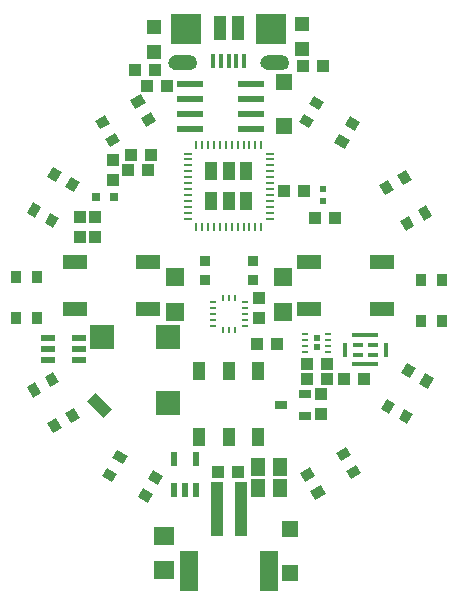
<source format=gbr>
G04 EAGLE Gerber RS-274X export*
G75*
%MOMM*%
%FSLAX34Y34*%
%LPD*%
%INSolderpaste Top*%
%IPPOS*%
%AMOC8*
5,1,8,0,0,1.08239X$1,22.5*%
G01*
%ADD10R,1.240000X1.500000*%
%ADD11R,1.075000X1.000000*%
%ADD12R,1.200000X1.200000*%
%ADD13R,0.900000X0.900000*%
%ADD14R,1.000000X2.000000*%
%ADD15R,2.500000X2.500000*%
%ADD16R,0.300000X1.250000*%
%ADD17R,1.000000X4.600000*%
%ADD18R,1.600000X3.400000*%
%ADD19R,1.400000X1.400000*%
%ADD20R,1.000000X1.500000*%
%ADD21R,2.000000X1.200000*%
%ADD22R,0.850000X1.000000*%
%ADD23R,0.500000X0.250000*%
%ADD24R,0.250000X0.500000*%
%ADD25R,0.800000X0.800000*%
%ADD26R,1.000000X1.075000*%
%ADD27R,0.600000X0.600000*%
%ADD28R,0.550000X1.200000*%
%ADD29R,2.000000X2.000000*%
%ADD30R,2.000000X1.000000*%
%ADD31R,0.250000X0.750000*%
%ADD32R,0.750000X0.250000*%
%ADD33R,2.200000X0.600000*%
%ADD34R,1.803000X1.600000*%
%ADD35R,0.450000X1.200000*%
%ADD36R,2.200000X0.450000*%
%ADD37R,0.950000X0.450000*%
%ADD38R,0.625000X0.275000*%
%ADD39R,0.508000X0.508000*%
%ADD40R,1.500000X1.500000*%
%ADD41R,1.200000X0.550000*%
%ADD42R,1.016000X0.635000*%

G36*
X-33485Y193149D02*
X-33485Y193149D01*
X-33465Y193147D01*
X-32339Y193208D01*
X-32292Y193220D01*
X-32216Y193227D01*
X-31123Y193508D01*
X-31079Y193528D01*
X-31006Y193550D01*
X-29989Y194038D01*
X-29950Y194067D01*
X-29883Y194103D01*
X-28980Y194780D01*
X-28947Y194815D01*
X-28889Y194864D01*
X-28136Y195704D01*
X-28110Y195745D01*
X-28062Y195805D01*
X-27488Y196776D01*
X-27471Y196821D01*
X-27435Y196888D01*
X-27061Y197953D01*
X-27053Y198000D01*
X-27031Y198074D01*
X-26872Y199190D01*
X-26873Y199218D01*
X-26872Y199370D01*
X-27031Y200487D01*
X-27046Y200532D01*
X-27061Y200607D01*
X-27435Y201672D01*
X-27459Y201714D01*
X-27488Y201784D01*
X-28062Y202755D01*
X-28094Y202792D01*
X-28136Y202856D01*
X-28889Y203696D01*
X-28927Y203726D01*
X-28980Y203780D01*
X-29883Y204457D01*
X-29926Y204479D01*
X-29989Y204522D01*
X-31006Y205010D01*
X-31053Y205023D01*
X-31123Y205052D01*
X-32216Y205333D01*
X-32264Y205336D01*
X-32339Y205352D01*
X-33465Y205413D01*
X-33481Y205411D01*
X-33500Y205414D01*
X-44500Y205414D01*
X-44515Y205412D01*
X-44535Y205413D01*
X-45661Y205352D01*
X-45708Y205341D01*
X-45784Y205333D01*
X-46877Y205052D01*
X-46921Y205032D01*
X-46994Y205010D01*
X-48011Y204522D01*
X-48050Y204494D01*
X-48117Y204457D01*
X-49020Y203780D01*
X-49053Y203745D01*
X-49111Y203696D01*
X-49864Y202856D01*
X-49890Y202815D01*
X-49938Y202755D01*
X-50512Y201784D01*
X-50529Y201739D01*
X-50565Y201672D01*
X-50939Y200607D01*
X-50947Y200560D01*
X-50969Y200487D01*
X-51128Y199370D01*
X-51128Y199369D01*
X-51127Y199182D01*
X-50927Y197908D01*
X-50910Y197861D01*
X-50889Y197772D01*
X-50411Y196575D01*
X-50384Y196532D01*
X-50344Y196450D01*
X-49612Y195389D01*
X-49576Y195353D01*
X-49518Y195282D01*
X-48568Y194411D01*
X-48526Y194384D01*
X-48453Y194327D01*
X-47333Y193690D01*
X-47286Y193673D01*
X-47203Y193634D01*
X-45969Y193261D01*
X-45919Y193256D01*
X-45829Y193236D01*
X-44544Y193147D01*
X-44524Y193149D01*
X-44500Y193146D01*
X-33500Y193146D01*
X-33485Y193149D01*
G37*
G36*
X44515Y193149D02*
X44515Y193149D01*
X44535Y193147D01*
X45661Y193208D01*
X45708Y193220D01*
X45784Y193227D01*
X46877Y193508D01*
X46921Y193528D01*
X46994Y193550D01*
X48011Y194038D01*
X48050Y194067D01*
X48117Y194103D01*
X49020Y194780D01*
X49053Y194815D01*
X49111Y194864D01*
X49864Y195704D01*
X49890Y195745D01*
X49938Y195805D01*
X50512Y196776D01*
X50529Y196821D01*
X50565Y196888D01*
X50939Y197953D01*
X50947Y198000D01*
X50969Y198074D01*
X51128Y199190D01*
X51127Y199218D01*
X51128Y199370D01*
X50969Y200487D01*
X50954Y200532D01*
X50939Y200607D01*
X50565Y201672D01*
X50541Y201714D01*
X50512Y201784D01*
X49938Y202755D01*
X49906Y202792D01*
X49864Y202856D01*
X49111Y203696D01*
X49074Y203726D01*
X49020Y203780D01*
X48117Y204457D01*
X48074Y204479D01*
X48011Y204522D01*
X46994Y205010D01*
X46947Y205023D01*
X46877Y205052D01*
X45784Y205333D01*
X45736Y205336D01*
X45661Y205352D01*
X44535Y205413D01*
X44519Y205411D01*
X44500Y205414D01*
X33500Y205414D01*
X33485Y205412D01*
X33465Y205413D01*
X32339Y205352D01*
X32292Y205341D01*
X32216Y205333D01*
X31123Y205052D01*
X31079Y205032D01*
X31006Y205010D01*
X29989Y204522D01*
X29950Y204494D01*
X29883Y204457D01*
X28980Y203780D01*
X28947Y203745D01*
X28889Y203696D01*
X28136Y202856D01*
X28110Y202815D01*
X28062Y202755D01*
X27488Y201784D01*
X27471Y201739D01*
X27435Y201672D01*
X27061Y200607D01*
X27053Y200560D01*
X27031Y200487D01*
X26872Y199370D01*
X26872Y199369D01*
X26873Y199182D01*
X27073Y197908D01*
X27090Y197861D01*
X27111Y197772D01*
X27589Y196575D01*
X27616Y196532D01*
X27656Y196450D01*
X28388Y195389D01*
X28424Y195353D01*
X28482Y195282D01*
X29432Y194411D01*
X29474Y194384D01*
X29547Y194327D01*
X30667Y193690D01*
X30714Y193673D01*
X30797Y193634D01*
X32031Y193261D01*
X32081Y193256D01*
X32171Y193236D01*
X33456Y193147D01*
X33476Y193149D01*
X33500Y193146D01*
X44500Y193146D01*
X44515Y193149D01*
G37*
D10*
X43790Y-142875D03*
X24790Y-142875D03*
D11*
X-62620Y193040D03*
X-79620Y193040D03*
D12*
X-63500Y228940D03*
X-63500Y207940D03*
X62230Y231480D03*
X62230Y210480D03*
D13*
X-20500Y14860D03*
X-20500Y30860D03*
X20500Y30860D03*
X20500Y14860D03*
D11*
X97545Y-68580D03*
X114545Y-68580D03*
X79620Y196215D03*
X62620Y196215D03*
D14*
X7500Y228280D03*
X-7500Y228280D03*
D15*
X36000Y227280D03*
X-36000Y227280D03*
D16*
X13000Y200530D03*
X6500Y200530D03*
X0Y200530D03*
X-6500Y200530D03*
X-13000Y200530D03*
D17*
X10000Y-178900D03*
X-10000Y-178900D03*
D18*
X34000Y-230900D03*
X-34000Y-230900D03*
D19*
X46990Y145330D03*
X46990Y182330D03*
X51435Y-233130D03*
X51435Y-196130D03*
D11*
X-9135Y-147320D03*
X7865Y-147320D03*
D10*
X43790Y-161290D03*
X24790Y-161290D03*
D20*
X-25000Y-62170D03*
X0Y-62170D03*
X25000Y-62170D03*
X25000Y-118170D03*
X0Y-118170D03*
X-25000Y-118170D03*
D21*
X-68060Y-9840D03*
X-130060Y-9840D03*
X-130060Y30160D03*
X-68060Y30160D03*
X130060Y-9840D03*
X68060Y-9840D03*
X68060Y30160D03*
X130060Y30160D03*
D22*
G36*
X133622Y-85605D02*
X140982Y-89855D01*
X135982Y-98515D01*
X128622Y-94265D01*
X133622Y-85605D01*
G37*
G36*
X151122Y-55295D02*
X158482Y-59545D01*
X153482Y-68205D01*
X146122Y-63955D01*
X151122Y-55295D01*
G37*
G36*
X148778Y-94355D02*
X156138Y-98605D01*
X151138Y-107265D01*
X143778Y-103015D01*
X148778Y-94355D01*
G37*
G36*
X166278Y-64045D02*
X173638Y-68295D01*
X168638Y-76955D01*
X161278Y-72705D01*
X166278Y-64045D01*
G37*
G36*
X69035Y-143582D02*
X73285Y-150942D01*
X64625Y-155942D01*
X60375Y-148582D01*
X69035Y-143582D01*
G37*
G36*
X99345Y-126082D02*
X103595Y-133442D01*
X94935Y-138442D01*
X90685Y-131082D01*
X99345Y-126082D01*
G37*
G36*
X77785Y-158738D02*
X82035Y-166098D01*
X73375Y-171098D01*
X69125Y-163738D01*
X77785Y-158738D01*
G37*
G36*
X108095Y-141238D02*
X112345Y-148598D01*
X103685Y-153598D01*
X99435Y-146238D01*
X108095Y-141238D01*
G37*
X162700Y-20040D03*
X162700Y14960D03*
X180200Y-20040D03*
X180200Y14960D03*
G36*
X144852Y65225D02*
X152212Y69475D01*
X157212Y60815D01*
X149852Y56565D01*
X144852Y65225D01*
G37*
G36*
X127352Y95535D02*
X134712Y99785D01*
X139712Y91125D01*
X132352Y86875D01*
X127352Y95535D01*
G37*
G36*
X160008Y73975D02*
X167368Y78225D01*
X172368Y69565D01*
X165008Y65315D01*
X160008Y73975D01*
G37*
G36*
X142508Y104285D02*
X149868Y108535D01*
X154868Y99875D01*
X147508Y95625D01*
X142508Y104285D01*
G37*
G36*
X89415Y131082D02*
X93665Y138442D01*
X102325Y133442D01*
X98075Y126082D01*
X89415Y131082D01*
G37*
G36*
X59105Y148582D02*
X63355Y155942D01*
X72015Y150942D01*
X67765Y143582D01*
X59105Y148582D01*
G37*
G36*
X98165Y146238D02*
X102415Y153598D01*
X111075Y148598D01*
X106825Y141238D01*
X98165Y146238D01*
G37*
G36*
X67855Y163738D02*
X72105Y171098D01*
X80765Y166098D01*
X76515Y158738D01*
X67855Y163738D01*
G37*
G36*
X-70305Y144852D02*
X-74555Y152212D01*
X-65895Y157212D01*
X-61645Y149852D01*
X-70305Y144852D01*
G37*
G36*
X-100615Y127352D02*
X-104865Y134712D01*
X-96205Y139712D01*
X-91955Y132352D01*
X-100615Y127352D01*
G37*
G36*
X-79055Y160008D02*
X-83305Y167368D01*
X-74645Y172368D01*
X-70395Y165008D01*
X-79055Y160008D01*
G37*
G36*
X-109365Y142508D02*
X-113615Y149868D01*
X-104955Y154868D01*
X-100705Y147508D01*
X-109365Y142508D01*
G37*
G36*
X-131082Y89415D02*
X-138442Y93665D01*
X-133442Y102325D01*
X-126082Y98075D01*
X-131082Y89415D01*
G37*
G36*
X-148582Y59105D02*
X-155942Y63355D01*
X-150942Y72015D01*
X-143582Y67765D01*
X-148582Y59105D01*
G37*
G36*
X-146238Y98165D02*
X-153598Y102415D01*
X-148598Y111075D01*
X-141238Y106825D01*
X-146238Y98165D01*
G37*
G36*
X-163738Y67855D02*
X-171098Y72105D01*
X-166098Y80765D01*
X-158738Y76515D01*
X-163738Y67855D01*
G37*
X-162700Y17500D03*
X-162700Y-17500D03*
X-180200Y17500D03*
X-180200Y-17500D03*
G36*
X-143582Y-71575D02*
X-150942Y-75825D01*
X-155942Y-67165D01*
X-148582Y-62915D01*
X-143582Y-71575D01*
G37*
G36*
X-126082Y-101885D02*
X-133442Y-106135D01*
X-138442Y-97475D01*
X-131082Y-93225D01*
X-126082Y-101885D01*
G37*
G36*
X-158738Y-80325D02*
X-166098Y-84575D01*
X-171098Y-75915D01*
X-163738Y-71665D01*
X-158738Y-80325D01*
G37*
G36*
X-141238Y-110635D02*
X-148598Y-114885D01*
X-153598Y-106225D01*
X-146238Y-101975D01*
X-141238Y-110635D01*
G37*
G36*
X-85605Y-133622D02*
X-89855Y-140982D01*
X-98515Y-135982D01*
X-94265Y-128622D01*
X-85605Y-133622D01*
G37*
G36*
X-55295Y-151122D02*
X-59545Y-158482D01*
X-68205Y-153482D01*
X-63955Y-146122D01*
X-55295Y-151122D01*
G37*
G36*
X-94355Y-148778D02*
X-98605Y-156138D01*
X-107265Y-151138D01*
X-103015Y-143778D01*
X-94355Y-148778D01*
G37*
G36*
X-64045Y-166278D02*
X-68295Y-173638D01*
X-76955Y-168638D01*
X-72705Y-161278D01*
X-64045Y-166278D01*
G37*
D23*
X13500Y-23970D03*
X13500Y-18970D03*
X13500Y-13970D03*
X13500Y-8970D03*
X13500Y-3970D03*
D24*
X5000Y-470D03*
X0Y-470D03*
X-5000Y-470D03*
D23*
X-13500Y-3970D03*
X-13500Y-8970D03*
X-13500Y-13970D03*
X-13500Y-18970D03*
X-13500Y-23970D03*
D24*
X-5000Y-27470D03*
X0Y-27470D03*
X5000Y-27470D03*
D25*
X-112275Y85090D03*
X-97275Y85090D03*
D26*
X-98425Y116450D03*
X-98425Y99450D03*
D27*
X80010Y81915D03*
X80010Y92075D03*
D11*
X89780Y67945D03*
X72780Y67945D03*
D28*
X-46330Y-162861D03*
X-36830Y-162861D03*
X-27330Y-162861D03*
X-27330Y-136859D03*
X-46330Y-136859D03*
D29*
X-107375Y-32960D03*
X-51375Y-32960D03*
X-51375Y-88960D03*
D30*
G36*
X-112910Y-80354D02*
X-98769Y-94495D01*
X-105840Y-101566D01*
X-119981Y-87425D01*
X-112910Y-80354D01*
G37*
D11*
X-69460Y179705D03*
X-52460Y179705D03*
X46745Y90805D03*
X63745Y90805D03*
D31*
X-27500Y59865D03*
X-22500Y59865D03*
X-17500Y59865D03*
X-12500Y59865D03*
X-7500Y59865D03*
X-2500Y59865D03*
X2500Y59865D03*
X7500Y59865D03*
X12500Y59865D03*
X17500Y59865D03*
X22500Y59865D03*
D32*
X34750Y67115D03*
X34750Y72115D03*
X34750Y77115D03*
X34750Y82115D03*
X34750Y87115D03*
X34750Y92115D03*
X34750Y97115D03*
X34750Y102115D03*
X34750Y107115D03*
X34750Y112115D03*
X34750Y117115D03*
D31*
X27500Y129365D03*
X22500Y129365D03*
X17500Y129365D03*
X12500Y129365D03*
X7500Y129365D03*
X2500Y129365D03*
X-2500Y129365D03*
X-7500Y129365D03*
X-12500Y129365D03*
X-17500Y129365D03*
X-22500Y129365D03*
D32*
X-34750Y122115D03*
X-34750Y117115D03*
X-34750Y112115D03*
X-34750Y107115D03*
X-34750Y102115D03*
X-34750Y97115D03*
X-34750Y92115D03*
X-34750Y87115D03*
X-34750Y82115D03*
X-34750Y77115D03*
X-34750Y72115D03*
D20*
X-15000Y107115D03*
X0Y107115D03*
X15000Y107115D03*
X15000Y82115D03*
X0Y82115D03*
X-15000Y82115D03*
D31*
X27500Y59865D03*
D32*
X34750Y122115D03*
D31*
X-27500Y129365D03*
D32*
X-34750Y67115D03*
D11*
X-65750Y120695D03*
X-82750Y120695D03*
D33*
X-32985Y168275D03*
X19015Y168275D03*
X-32985Y180975D03*
X-32985Y155575D03*
X-32985Y142875D03*
X19015Y180975D03*
X19015Y155575D03*
X19015Y142875D03*
D34*
X-55245Y-201680D03*
X-55245Y-230120D03*
D35*
X133070Y-43815D03*
X98070Y-43815D03*
D36*
X115570Y-56315D03*
X115570Y-31315D03*
D37*
X109320Y-48065D03*
X109320Y-39565D03*
X121820Y-39565D03*
X121820Y-48065D03*
D38*
X84045Y-45600D03*
X84045Y-40600D03*
X84045Y-35600D03*
X84045Y-30600D03*
X64545Y-30600D03*
X64545Y-35600D03*
X64545Y-40600D03*
X64545Y-45600D03*
D39*
X74295Y-41910D03*
X74295Y-34290D03*
D11*
X83430Y-68580D03*
X66430Y-68580D03*
X83430Y-55880D03*
X66430Y-55880D03*
D40*
X45720Y-12420D03*
X45720Y17500D03*
X-45720Y-12420D03*
X-45720Y17500D03*
D26*
X78105Y-81670D03*
X78105Y-98670D03*
X-113030Y51825D03*
X-113030Y68825D03*
D41*
X-152700Y-33680D03*
X-152700Y-43180D03*
X-152700Y-52680D03*
X-126700Y-52680D03*
X-126700Y-43180D03*
X-126700Y-33680D03*
D26*
X-125730Y68825D03*
X-125730Y51825D03*
D42*
X44610Y-90805D03*
X64610Y-81305D03*
X64610Y-100305D03*
D26*
X25400Y-17390D03*
X25400Y-390D03*
D11*
X23885Y-38735D03*
X40885Y-38735D03*
X-68335Y107950D03*
X-85335Y107950D03*
M02*

</source>
